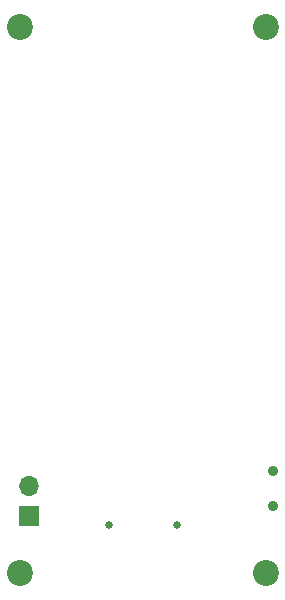
<source format=gbs>
%TF.GenerationSoftware,KiCad,Pcbnew,8.0.8*%
%TF.CreationDate,2025-01-23T20:15:16-05:00*%
%TF.ProjectId,compact_sqm,636f6d70-6163-4745-9f73-716d2e6b6963,rev?*%
%TF.SameCoordinates,Original*%
%TF.FileFunction,Soldermask,Bot*%
%TF.FilePolarity,Negative*%
%FSLAX46Y46*%
G04 Gerber Fmt 4.6, Leading zero omitted, Abs format (unit mm)*
G04 Created by KiCad (PCBNEW 8.0.8) date 2025-01-23 20:15:16*
%MOMM*%
%LPD*%
G01*
G04 APERTURE LIST*
%ADD10C,2.200000*%
%ADD11C,0.650000*%
%ADD12C,0.900000*%
%ADD13R,1.700000X1.700000*%
%ADD14O,1.700000X1.700000*%
G04 APERTURE END LIST*
D10*
%TO.C,H3*%
X150114000Y-124714000D03*
%TD*%
D11*
%TO.C,J1*%
X136810000Y-120712000D03*
X142590000Y-120712000D03*
%TD*%
D10*
%TO.C,H2*%
X150114000Y-78486000D03*
%TD*%
D12*
%TO.C,SW1*%
X150698000Y-119102000D03*
X150698000Y-116102000D03*
%TD*%
D10*
%TO.C,H1*%
X129286000Y-78486000D03*
%TD*%
D13*
%TO.C,BT1*%
X130048000Y-119893000D03*
D14*
X130048000Y-117353000D03*
%TD*%
D10*
%TO.C,H4*%
X129286000Y-124714000D03*
%TD*%
M02*

</source>
